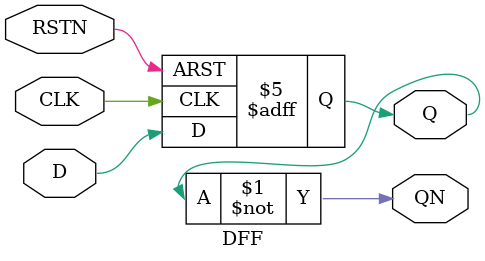
<source format=v>
`default_nettype none
`timescale 1ns / 1ns

module DFF ( D, Q, QN, CLK, RSTN ) /* synthesis GSR="ENABLED" */;
input wire D;
input wire CLK, RSTN;
output reg Q = 1'b0; 
output wire QN;

assign QN = ~Q;

// Combinational always block for the state machine
// Generates next state and output equations

always @(posedge CLK or negedge RSTN)
	if (RSTN == 1'b0)Q <= 1'b0; 
	else             Q <= D;			

endmodule
</source>
